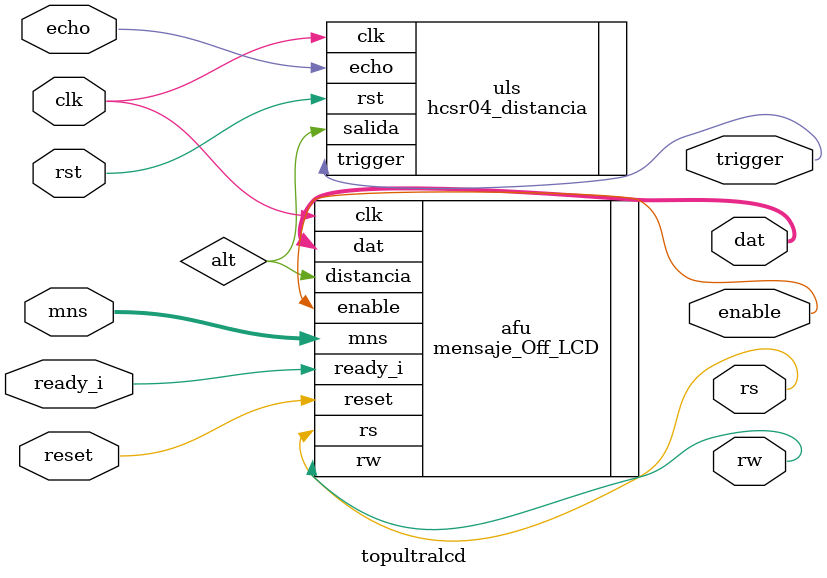
<source format=v>
module topultralcd (



       input wire clk,          // Reloj del sistema (ej: 50 MHz)
    input wire rst,          // Reset
    input wire echo,         // Pin ECHO del HC-SR04
    output  trigger,   // Pin TRIG del HC-SR04
    input reset,
    input ready_i,
    input [1:0] mns,      //Seleccionar mensaje
    output  rs,        //Register select: comando o dato   
    output  rw,        //Read/Write
    output enable,    
    output  [7:0] dat

  
);
wire alt;

hcsr04_distancia uls(
    .clk(clk),          // Reloj del sistema (ej: 50 MHz)
    .rst(rst),          // Reset
     .echo(echo),         // Pin ECHO del HC-SR04
    .trigger(trigger),      // Pin TRIG del HC-SR04
     .salida (alt)      // 1 si distancia < 20cm, 0 si >=20cm
);

mensaje_Off_LCD afu(
     .clk(clk),            
     .reset(reset),
     .ready_i(ready_i),
    .distancia(alt),      //Viene de ultrasonido    
     .mns(mns),      //Seleccionar mensaje
    .rs(rs),        //Register select: comando o dato   
    .rw(rw),        //Read/Write
     .enable(enable),    
    .dat(dat)
);




endmodule
</source>
